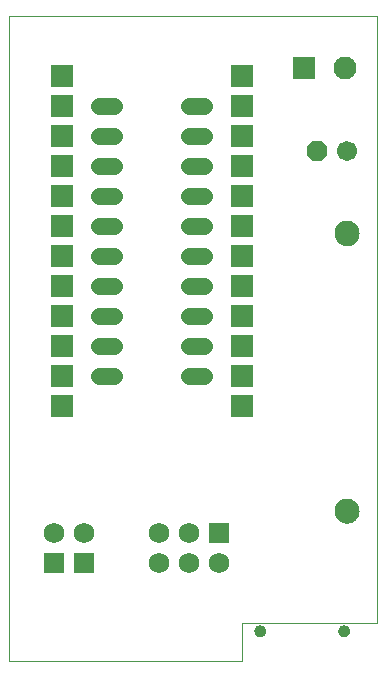
<source format=gts>
G75*
%MOIN*%
%OFA0B0*%
%FSLAX25Y25*%
%IPPOS*%
%LPD*%
%AMOC8*
5,1,8,0,0,1.08239X$1,22.5*
%
%ADD10C,0.00000*%
%ADD11C,0.08274*%
%ADD12R,0.07400X0.07400*%
%ADD13C,0.05600*%
%ADD14C,0.03943*%
%ADD15R,0.07683X0.07683*%
%ADD16C,0.07683*%
%ADD17R,0.06900X0.06900*%
%ADD18C,0.06900*%
%ADD19OC8,0.06700*%
%ADD20C,0.06700*%
D10*
X0002200Y0006014D02*
X0079700Y0006014D01*
X0079700Y0018514D01*
X0124700Y0018514D01*
X0124700Y0221014D01*
X0124651Y0220974D02*
X0002200Y0220974D01*
X0002200Y0006014D01*
X0083952Y0016014D02*
X0083954Y0016098D01*
X0083960Y0016181D01*
X0083970Y0016264D01*
X0083984Y0016347D01*
X0084001Y0016429D01*
X0084023Y0016510D01*
X0084048Y0016589D01*
X0084077Y0016668D01*
X0084110Y0016745D01*
X0084146Y0016820D01*
X0084186Y0016894D01*
X0084229Y0016966D01*
X0084276Y0017035D01*
X0084326Y0017102D01*
X0084379Y0017167D01*
X0084435Y0017229D01*
X0084493Y0017289D01*
X0084555Y0017346D01*
X0084619Y0017399D01*
X0084686Y0017450D01*
X0084755Y0017497D01*
X0084826Y0017542D01*
X0084899Y0017582D01*
X0084974Y0017619D01*
X0085051Y0017653D01*
X0085129Y0017683D01*
X0085208Y0017709D01*
X0085289Y0017732D01*
X0085371Y0017750D01*
X0085453Y0017765D01*
X0085536Y0017776D01*
X0085619Y0017783D01*
X0085703Y0017786D01*
X0085787Y0017785D01*
X0085870Y0017780D01*
X0085954Y0017771D01*
X0086036Y0017758D01*
X0086118Y0017742D01*
X0086199Y0017721D01*
X0086280Y0017697D01*
X0086358Y0017669D01*
X0086436Y0017637D01*
X0086512Y0017601D01*
X0086586Y0017562D01*
X0086658Y0017520D01*
X0086728Y0017474D01*
X0086796Y0017425D01*
X0086861Y0017373D01*
X0086924Y0017318D01*
X0086984Y0017260D01*
X0087042Y0017199D01*
X0087096Y0017135D01*
X0087148Y0017069D01*
X0087196Y0017001D01*
X0087241Y0016930D01*
X0087282Y0016857D01*
X0087321Y0016783D01*
X0087355Y0016707D01*
X0087386Y0016629D01*
X0087413Y0016550D01*
X0087437Y0016469D01*
X0087456Y0016388D01*
X0087472Y0016306D01*
X0087484Y0016223D01*
X0087492Y0016139D01*
X0087496Y0016056D01*
X0087496Y0015972D01*
X0087492Y0015889D01*
X0087484Y0015805D01*
X0087472Y0015722D01*
X0087456Y0015640D01*
X0087437Y0015559D01*
X0087413Y0015478D01*
X0087386Y0015399D01*
X0087355Y0015321D01*
X0087321Y0015245D01*
X0087282Y0015171D01*
X0087241Y0015098D01*
X0087196Y0015027D01*
X0087148Y0014959D01*
X0087096Y0014893D01*
X0087042Y0014829D01*
X0086984Y0014768D01*
X0086924Y0014710D01*
X0086861Y0014655D01*
X0086796Y0014603D01*
X0086728Y0014554D01*
X0086658Y0014508D01*
X0086586Y0014466D01*
X0086512Y0014427D01*
X0086436Y0014391D01*
X0086358Y0014359D01*
X0086280Y0014331D01*
X0086199Y0014307D01*
X0086118Y0014286D01*
X0086036Y0014270D01*
X0085954Y0014257D01*
X0085870Y0014248D01*
X0085787Y0014243D01*
X0085703Y0014242D01*
X0085619Y0014245D01*
X0085536Y0014252D01*
X0085453Y0014263D01*
X0085371Y0014278D01*
X0085289Y0014296D01*
X0085208Y0014319D01*
X0085129Y0014345D01*
X0085051Y0014375D01*
X0084974Y0014409D01*
X0084899Y0014446D01*
X0084826Y0014486D01*
X0084755Y0014531D01*
X0084686Y0014578D01*
X0084619Y0014629D01*
X0084555Y0014682D01*
X0084493Y0014739D01*
X0084435Y0014799D01*
X0084379Y0014861D01*
X0084326Y0014926D01*
X0084276Y0014993D01*
X0084229Y0015062D01*
X0084186Y0015134D01*
X0084146Y0015208D01*
X0084110Y0015283D01*
X0084077Y0015360D01*
X0084048Y0015439D01*
X0084023Y0015518D01*
X0084001Y0015599D01*
X0083984Y0015681D01*
X0083970Y0015764D01*
X0083960Y0015847D01*
X0083954Y0015930D01*
X0083952Y0016014D01*
X0111904Y0016014D02*
X0111906Y0016098D01*
X0111912Y0016181D01*
X0111922Y0016264D01*
X0111936Y0016347D01*
X0111953Y0016429D01*
X0111975Y0016510D01*
X0112000Y0016589D01*
X0112029Y0016668D01*
X0112062Y0016745D01*
X0112098Y0016820D01*
X0112138Y0016894D01*
X0112181Y0016966D01*
X0112228Y0017035D01*
X0112278Y0017102D01*
X0112331Y0017167D01*
X0112387Y0017229D01*
X0112445Y0017289D01*
X0112507Y0017346D01*
X0112571Y0017399D01*
X0112638Y0017450D01*
X0112707Y0017497D01*
X0112778Y0017542D01*
X0112851Y0017582D01*
X0112926Y0017619D01*
X0113003Y0017653D01*
X0113081Y0017683D01*
X0113160Y0017709D01*
X0113241Y0017732D01*
X0113323Y0017750D01*
X0113405Y0017765D01*
X0113488Y0017776D01*
X0113571Y0017783D01*
X0113655Y0017786D01*
X0113739Y0017785D01*
X0113822Y0017780D01*
X0113906Y0017771D01*
X0113988Y0017758D01*
X0114070Y0017742D01*
X0114151Y0017721D01*
X0114232Y0017697D01*
X0114310Y0017669D01*
X0114388Y0017637D01*
X0114464Y0017601D01*
X0114538Y0017562D01*
X0114610Y0017520D01*
X0114680Y0017474D01*
X0114748Y0017425D01*
X0114813Y0017373D01*
X0114876Y0017318D01*
X0114936Y0017260D01*
X0114994Y0017199D01*
X0115048Y0017135D01*
X0115100Y0017069D01*
X0115148Y0017001D01*
X0115193Y0016930D01*
X0115234Y0016857D01*
X0115273Y0016783D01*
X0115307Y0016707D01*
X0115338Y0016629D01*
X0115365Y0016550D01*
X0115389Y0016469D01*
X0115408Y0016388D01*
X0115424Y0016306D01*
X0115436Y0016223D01*
X0115444Y0016139D01*
X0115448Y0016056D01*
X0115448Y0015972D01*
X0115444Y0015889D01*
X0115436Y0015805D01*
X0115424Y0015722D01*
X0115408Y0015640D01*
X0115389Y0015559D01*
X0115365Y0015478D01*
X0115338Y0015399D01*
X0115307Y0015321D01*
X0115273Y0015245D01*
X0115234Y0015171D01*
X0115193Y0015098D01*
X0115148Y0015027D01*
X0115100Y0014959D01*
X0115048Y0014893D01*
X0114994Y0014829D01*
X0114936Y0014768D01*
X0114876Y0014710D01*
X0114813Y0014655D01*
X0114748Y0014603D01*
X0114680Y0014554D01*
X0114610Y0014508D01*
X0114538Y0014466D01*
X0114464Y0014427D01*
X0114388Y0014391D01*
X0114310Y0014359D01*
X0114232Y0014331D01*
X0114151Y0014307D01*
X0114070Y0014286D01*
X0113988Y0014270D01*
X0113906Y0014257D01*
X0113822Y0014248D01*
X0113739Y0014243D01*
X0113655Y0014242D01*
X0113571Y0014245D01*
X0113488Y0014252D01*
X0113405Y0014263D01*
X0113323Y0014278D01*
X0113241Y0014296D01*
X0113160Y0014319D01*
X0113081Y0014345D01*
X0113003Y0014375D01*
X0112926Y0014409D01*
X0112851Y0014446D01*
X0112778Y0014486D01*
X0112707Y0014531D01*
X0112638Y0014578D01*
X0112571Y0014629D01*
X0112507Y0014682D01*
X0112445Y0014739D01*
X0112387Y0014799D01*
X0112331Y0014861D01*
X0112278Y0014926D01*
X0112228Y0014993D01*
X0112181Y0015062D01*
X0112138Y0015134D01*
X0112098Y0015208D01*
X0112062Y0015283D01*
X0112029Y0015360D01*
X0112000Y0015439D01*
X0111975Y0015518D01*
X0111953Y0015599D01*
X0111936Y0015681D01*
X0111922Y0015764D01*
X0111912Y0015847D01*
X0111906Y0015930D01*
X0111904Y0016014D01*
X0110763Y0056014D02*
X0110765Y0056139D01*
X0110771Y0056264D01*
X0110781Y0056388D01*
X0110795Y0056512D01*
X0110812Y0056636D01*
X0110834Y0056759D01*
X0110860Y0056881D01*
X0110889Y0057003D01*
X0110922Y0057123D01*
X0110960Y0057242D01*
X0111000Y0057361D01*
X0111045Y0057477D01*
X0111093Y0057592D01*
X0111145Y0057706D01*
X0111201Y0057818D01*
X0111260Y0057928D01*
X0111322Y0058036D01*
X0111388Y0058143D01*
X0111457Y0058247D01*
X0111530Y0058348D01*
X0111605Y0058448D01*
X0111684Y0058545D01*
X0111766Y0058639D01*
X0111851Y0058731D01*
X0111938Y0058820D01*
X0112029Y0058906D01*
X0112122Y0058989D01*
X0112218Y0059070D01*
X0112316Y0059147D01*
X0112416Y0059221D01*
X0112519Y0059292D01*
X0112624Y0059359D01*
X0112732Y0059424D01*
X0112841Y0059484D01*
X0112952Y0059542D01*
X0113065Y0059595D01*
X0113179Y0059645D01*
X0113295Y0059692D01*
X0113412Y0059734D01*
X0113531Y0059773D01*
X0113651Y0059809D01*
X0113772Y0059840D01*
X0113894Y0059868D01*
X0114016Y0059891D01*
X0114140Y0059911D01*
X0114264Y0059927D01*
X0114388Y0059939D01*
X0114513Y0059947D01*
X0114638Y0059951D01*
X0114762Y0059951D01*
X0114887Y0059947D01*
X0115012Y0059939D01*
X0115136Y0059927D01*
X0115260Y0059911D01*
X0115384Y0059891D01*
X0115506Y0059868D01*
X0115628Y0059840D01*
X0115749Y0059809D01*
X0115869Y0059773D01*
X0115988Y0059734D01*
X0116105Y0059692D01*
X0116221Y0059645D01*
X0116335Y0059595D01*
X0116448Y0059542D01*
X0116559Y0059484D01*
X0116669Y0059424D01*
X0116776Y0059359D01*
X0116881Y0059292D01*
X0116984Y0059221D01*
X0117084Y0059147D01*
X0117182Y0059070D01*
X0117278Y0058989D01*
X0117371Y0058906D01*
X0117462Y0058820D01*
X0117549Y0058731D01*
X0117634Y0058639D01*
X0117716Y0058545D01*
X0117795Y0058448D01*
X0117870Y0058348D01*
X0117943Y0058247D01*
X0118012Y0058143D01*
X0118078Y0058036D01*
X0118140Y0057928D01*
X0118199Y0057818D01*
X0118255Y0057706D01*
X0118307Y0057592D01*
X0118355Y0057477D01*
X0118400Y0057361D01*
X0118440Y0057242D01*
X0118478Y0057123D01*
X0118511Y0057003D01*
X0118540Y0056881D01*
X0118566Y0056759D01*
X0118588Y0056636D01*
X0118605Y0056512D01*
X0118619Y0056388D01*
X0118629Y0056264D01*
X0118635Y0056139D01*
X0118637Y0056014D01*
X0118635Y0055889D01*
X0118629Y0055764D01*
X0118619Y0055640D01*
X0118605Y0055516D01*
X0118588Y0055392D01*
X0118566Y0055269D01*
X0118540Y0055147D01*
X0118511Y0055025D01*
X0118478Y0054905D01*
X0118440Y0054786D01*
X0118400Y0054667D01*
X0118355Y0054551D01*
X0118307Y0054436D01*
X0118255Y0054322D01*
X0118199Y0054210D01*
X0118140Y0054100D01*
X0118078Y0053992D01*
X0118012Y0053885D01*
X0117943Y0053781D01*
X0117870Y0053680D01*
X0117795Y0053580D01*
X0117716Y0053483D01*
X0117634Y0053389D01*
X0117549Y0053297D01*
X0117462Y0053208D01*
X0117371Y0053122D01*
X0117278Y0053039D01*
X0117182Y0052958D01*
X0117084Y0052881D01*
X0116984Y0052807D01*
X0116881Y0052736D01*
X0116776Y0052669D01*
X0116668Y0052604D01*
X0116559Y0052544D01*
X0116448Y0052486D01*
X0116335Y0052433D01*
X0116221Y0052383D01*
X0116105Y0052336D01*
X0115988Y0052294D01*
X0115869Y0052255D01*
X0115749Y0052219D01*
X0115628Y0052188D01*
X0115506Y0052160D01*
X0115384Y0052137D01*
X0115260Y0052117D01*
X0115136Y0052101D01*
X0115012Y0052089D01*
X0114887Y0052081D01*
X0114762Y0052077D01*
X0114638Y0052077D01*
X0114513Y0052081D01*
X0114388Y0052089D01*
X0114264Y0052101D01*
X0114140Y0052117D01*
X0114016Y0052137D01*
X0113894Y0052160D01*
X0113772Y0052188D01*
X0113651Y0052219D01*
X0113531Y0052255D01*
X0113412Y0052294D01*
X0113295Y0052336D01*
X0113179Y0052383D01*
X0113065Y0052433D01*
X0112952Y0052486D01*
X0112841Y0052544D01*
X0112731Y0052604D01*
X0112624Y0052669D01*
X0112519Y0052736D01*
X0112416Y0052807D01*
X0112316Y0052881D01*
X0112218Y0052958D01*
X0112122Y0053039D01*
X0112029Y0053122D01*
X0111938Y0053208D01*
X0111851Y0053297D01*
X0111766Y0053389D01*
X0111684Y0053483D01*
X0111605Y0053580D01*
X0111530Y0053680D01*
X0111457Y0053781D01*
X0111388Y0053885D01*
X0111322Y0053992D01*
X0111260Y0054100D01*
X0111201Y0054210D01*
X0111145Y0054322D01*
X0111093Y0054436D01*
X0111045Y0054551D01*
X0111000Y0054667D01*
X0110960Y0054786D01*
X0110922Y0054905D01*
X0110889Y0055025D01*
X0110860Y0055147D01*
X0110834Y0055269D01*
X0110812Y0055392D01*
X0110795Y0055516D01*
X0110781Y0055640D01*
X0110771Y0055764D01*
X0110765Y0055889D01*
X0110763Y0056014D01*
X0110763Y0148514D02*
X0110765Y0148639D01*
X0110771Y0148764D01*
X0110781Y0148888D01*
X0110795Y0149012D01*
X0110812Y0149136D01*
X0110834Y0149259D01*
X0110860Y0149381D01*
X0110889Y0149503D01*
X0110922Y0149623D01*
X0110960Y0149742D01*
X0111000Y0149861D01*
X0111045Y0149977D01*
X0111093Y0150092D01*
X0111145Y0150206D01*
X0111201Y0150318D01*
X0111260Y0150428D01*
X0111322Y0150536D01*
X0111388Y0150643D01*
X0111457Y0150747D01*
X0111530Y0150848D01*
X0111605Y0150948D01*
X0111684Y0151045D01*
X0111766Y0151139D01*
X0111851Y0151231D01*
X0111938Y0151320D01*
X0112029Y0151406D01*
X0112122Y0151489D01*
X0112218Y0151570D01*
X0112316Y0151647D01*
X0112416Y0151721D01*
X0112519Y0151792D01*
X0112624Y0151859D01*
X0112732Y0151924D01*
X0112841Y0151984D01*
X0112952Y0152042D01*
X0113065Y0152095D01*
X0113179Y0152145D01*
X0113295Y0152192D01*
X0113412Y0152234D01*
X0113531Y0152273D01*
X0113651Y0152309D01*
X0113772Y0152340D01*
X0113894Y0152368D01*
X0114016Y0152391D01*
X0114140Y0152411D01*
X0114264Y0152427D01*
X0114388Y0152439D01*
X0114513Y0152447D01*
X0114638Y0152451D01*
X0114762Y0152451D01*
X0114887Y0152447D01*
X0115012Y0152439D01*
X0115136Y0152427D01*
X0115260Y0152411D01*
X0115384Y0152391D01*
X0115506Y0152368D01*
X0115628Y0152340D01*
X0115749Y0152309D01*
X0115869Y0152273D01*
X0115988Y0152234D01*
X0116105Y0152192D01*
X0116221Y0152145D01*
X0116335Y0152095D01*
X0116448Y0152042D01*
X0116559Y0151984D01*
X0116669Y0151924D01*
X0116776Y0151859D01*
X0116881Y0151792D01*
X0116984Y0151721D01*
X0117084Y0151647D01*
X0117182Y0151570D01*
X0117278Y0151489D01*
X0117371Y0151406D01*
X0117462Y0151320D01*
X0117549Y0151231D01*
X0117634Y0151139D01*
X0117716Y0151045D01*
X0117795Y0150948D01*
X0117870Y0150848D01*
X0117943Y0150747D01*
X0118012Y0150643D01*
X0118078Y0150536D01*
X0118140Y0150428D01*
X0118199Y0150318D01*
X0118255Y0150206D01*
X0118307Y0150092D01*
X0118355Y0149977D01*
X0118400Y0149861D01*
X0118440Y0149742D01*
X0118478Y0149623D01*
X0118511Y0149503D01*
X0118540Y0149381D01*
X0118566Y0149259D01*
X0118588Y0149136D01*
X0118605Y0149012D01*
X0118619Y0148888D01*
X0118629Y0148764D01*
X0118635Y0148639D01*
X0118637Y0148514D01*
X0118635Y0148389D01*
X0118629Y0148264D01*
X0118619Y0148140D01*
X0118605Y0148016D01*
X0118588Y0147892D01*
X0118566Y0147769D01*
X0118540Y0147647D01*
X0118511Y0147525D01*
X0118478Y0147405D01*
X0118440Y0147286D01*
X0118400Y0147167D01*
X0118355Y0147051D01*
X0118307Y0146936D01*
X0118255Y0146822D01*
X0118199Y0146710D01*
X0118140Y0146600D01*
X0118078Y0146492D01*
X0118012Y0146385D01*
X0117943Y0146281D01*
X0117870Y0146180D01*
X0117795Y0146080D01*
X0117716Y0145983D01*
X0117634Y0145889D01*
X0117549Y0145797D01*
X0117462Y0145708D01*
X0117371Y0145622D01*
X0117278Y0145539D01*
X0117182Y0145458D01*
X0117084Y0145381D01*
X0116984Y0145307D01*
X0116881Y0145236D01*
X0116776Y0145169D01*
X0116668Y0145104D01*
X0116559Y0145044D01*
X0116448Y0144986D01*
X0116335Y0144933D01*
X0116221Y0144883D01*
X0116105Y0144836D01*
X0115988Y0144794D01*
X0115869Y0144755D01*
X0115749Y0144719D01*
X0115628Y0144688D01*
X0115506Y0144660D01*
X0115384Y0144637D01*
X0115260Y0144617D01*
X0115136Y0144601D01*
X0115012Y0144589D01*
X0114887Y0144581D01*
X0114762Y0144577D01*
X0114638Y0144577D01*
X0114513Y0144581D01*
X0114388Y0144589D01*
X0114264Y0144601D01*
X0114140Y0144617D01*
X0114016Y0144637D01*
X0113894Y0144660D01*
X0113772Y0144688D01*
X0113651Y0144719D01*
X0113531Y0144755D01*
X0113412Y0144794D01*
X0113295Y0144836D01*
X0113179Y0144883D01*
X0113065Y0144933D01*
X0112952Y0144986D01*
X0112841Y0145044D01*
X0112731Y0145104D01*
X0112624Y0145169D01*
X0112519Y0145236D01*
X0112416Y0145307D01*
X0112316Y0145381D01*
X0112218Y0145458D01*
X0112122Y0145539D01*
X0112029Y0145622D01*
X0111938Y0145708D01*
X0111851Y0145797D01*
X0111766Y0145889D01*
X0111684Y0145983D01*
X0111605Y0146080D01*
X0111530Y0146180D01*
X0111457Y0146281D01*
X0111388Y0146385D01*
X0111322Y0146492D01*
X0111260Y0146600D01*
X0111201Y0146710D01*
X0111145Y0146822D01*
X0111093Y0146936D01*
X0111045Y0147051D01*
X0111000Y0147167D01*
X0110960Y0147286D01*
X0110922Y0147405D01*
X0110889Y0147525D01*
X0110860Y0147647D01*
X0110834Y0147769D01*
X0110812Y0147892D01*
X0110795Y0148016D01*
X0110781Y0148140D01*
X0110771Y0148264D01*
X0110765Y0148389D01*
X0110763Y0148514D01*
D11*
X0114700Y0148514D03*
X0114700Y0056014D03*
D12*
X0079700Y0091014D03*
X0079700Y0101014D03*
X0079700Y0111014D03*
X0079700Y0121014D03*
X0079700Y0131014D03*
X0079700Y0141014D03*
X0079700Y0151014D03*
X0079700Y0161014D03*
X0079700Y0171014D03*
X0079700Y0181014D03*
X0079700Y0191014D03*
X0079700Y0201014D03*
X0019700Y0201014D03*
X0019700Y0191014D03*
X0019700Y0181014D03*
X0019700Y0171014D03*
X0019700Y0161014D03*
X0019700Y0151014D03*
X0019700Y0141014D03*
X0019700Y0131014D03*
X0019700Y0121014D03*
X0019700Y0111014D03*
X0019700Y0101014D03*
X0019700Y0091014D03*
D13*
X0032100Y0101014D02*
X0037300Y0101014D01*
X0037300Y0111014D02*
X0032100Y0111014D01*
X0032100Y0121014D02*
X0037300Y0121014D01*
X0037300Y0131014D02*
X0032100Y0131014D01*
X0032100Y0141014D02*
X0037300Y0141014D01*
X0037300Y0151014D02*
X0032100Y0151014D01*
X0032100Y0161014D02*
X0037300Y0161014D01*
X0037300Y0171014D02*
X0032100Y0171014D01*
X0032100Y0181014D02*
X0037300Y0181014D01*
X0037300Y0191014D02*
X0032100Y0191014D01*
X0062100Y0191014D02*
X0067300Y0191014D01*
X0067300Y0181014D02*
X0062100Y0181014D01*
X0062100Y0171014D02*
X0067300Y0171014D01*
X0067300Y0161014D02*
X0062100Y0161014D01*
X0062100Y0151014D02*
X0067300Y0151014D01*
X0067300Y0141014D02*
X0062100Y0141014D01*
X0062100Y0131014D02*
X0067300Y0131014D01*
X0067300Y0121014D02*
X0062100Y0121014D01*
X0062100Y0111014D02*
X0067300Y0111014D01*
X0067300Y0101014D02*
X0062100Y0101014D01*
D14*
X0085724Y0016014D03*
X0113676Y0016014D03*
D15*
X0100310Y0203514D03*
D16*
X0114090Y0203514D03*
D17*
X0072200Y0048514D03*
X0027200Y0038514D03*
X0017200Y0038514D03*
D18*
X0017200Y0048514D03*
X0027200Y0048514D03*
X0052200Y0048514D03*
X0052200Y0038514D03*
X0062200Y0038514D03*
X0062200Y0048514D03*
X0072200Y0038514D03*
D19*
X0104700Y0176014D03*
D20*
X0114700Y0176014D03*
M02*

</source>
